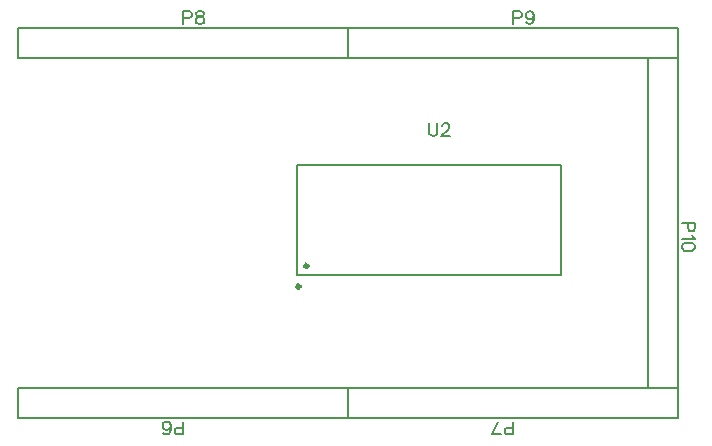
<source format=gto>
G04 Layer: TopSilkscreenLayer*
G04 EasyEDA v6.5.29, 2023-07-16 09:38:32*
G04 6daab3e9de084c3e9e407c93523b43d4,e855215096054eb7bd5858a7ef804e70,10*
G04 Gerber Generator version 0.2*
G04 Scale: 100 percent, Rotated: No, Reflected: No *
G04 Dimensions in millimeters *
G04 leading zeros omitted , absolute positions ,4 integer and 5 decimal *
%FSLAX45Y45*%
%MOMM*%

%ADD10C,0.1524*%
%ADD11C,0.2007*%
%ADD12C,0.3000*%

%LPD*%
D10*
X2425700Y735584D02*
G01*
X2425700Y844550D01*
X2425700Y735584D02*
G01*
X2378963Y735584D01*
X2363470Y740663D01*
X2358136Y745997D01*
X2353056Y756412D01*
X2353056Y771905D01*
X2358136Y782320D01*
X2363470Y787400D01*
X2378963Y792734D01*
X2425700Y792734D01*
X2256281Y751078D02*
G01*
X2261615Y740663D01*
X2277109Y735584D01*
X2287524Y735584D01*
X2303018Y740663D01*
X2313431Y756412D01*
X2318765Y782320D01*
X2318765Y808228D01*
X2313431Y829055D01*
X2303018Y839470D01*
X2287524Y844550D01*
X2282190Y844550D01*
X2266695Y839470D01*
X2256281Y829055D01*
X2251202Y813562D01*
X2251202Y808228D01*
X2256281Y792734D01*
X2266695Y782320D01*
X2282190Y777239D01*
X2287524Y777239D01*
X2303018Y782320D01*
X2313431Y792734D01*
X2318765Y808228D01*
X5219700Y735584D02*
G01*
X5219700Y844550D01*
X5219700Y735584D02*
G01*
X5172963Y735584D01*
X5157470Y740663D01*
X5152136Y745997D01*
X5147056Y756412D01*
X5147056Y771905D01*
X5152136Y782320D01*
X5157470Y787400D01*
X5172963Y792734D01*
X5219700Y792734D01*
X5039868Y735584D02*
G01*
X5091938Y844550D01*
X5112765Y735584D02*
G01*
X5039868Y735584D01*
X2425700Y4319015D02*
G01*
X2425700Y4210050D01*
X2425700Y4319015D02*
G01*
X2472436Y4319015D01*
X2487929Y4313936D01*
X2493263Y4308602D01*
X2498343Y4298187D01*
X2498343Y4282694D01*
X2493263Y4272279D01*
X2487929Y4267200D01*
X2472436Y4261865D01*
X2425700Y4261865D01*
X2558795Y4319015D02*
G01*
X2543047Y4313936D01*
X2537968Y4303521D01*
X2537968Y4293107D01*
X2543047Y4282694D01*
X2553461Y4277360D01*
X2574290Y4272279D01*
X2589784Y4267200D01*
X2600197Y4256786D01*
X2605531Y4246371D01*
X2605531Y4230623D01*
X2600197Y4220210D01*
X2595118Y4215129D01*
X2579370Y4210050D01*
X2558795Y4210050D01*
X2543047Y4215129D01*
X2537968Y4220210D01*
X2532634Y4230623D01*
X2532634Y4246371D01*
X2537968Y4256786D01*
X2548381Y4267200D01*
X2563875Y4272279D01*
X2584704Y4277360D01*
X2595118Y4282694D01*
X2600197Y4293107D01*
X2600197Y4303521D01*
X2595118Y4313936D01*
X2579370Y4319015D01*
X2558795Y4319015D01*
X5219700Y4319015D02*
G01*
X5219700Y4210050D01*
X5219700Y4319015D02*
G01*
X5266436Y4319015D01*
X5281929Y4313936D01*
X5287263Y4308602D01*
X5292343Y4298187D01*
X5292343Y4282694D01*
X5287263Y4272279D01*
X5281929Y4267200D01*
X5266436Y4261865D01*
X5219700Y4261865D01*
X5394197Y4282694D02*
G01*
X5389118Y4267200D01*
X5378704Y4256786D01*
X5363209Y4251452D01*
X5357875Y4251452D01*
X5342381Y4256786D01*
X5331968Y4267200D01*
X5326634Y4282694D01*
X5326634Y4287773D01*
X5331968Y4303521D01*
X5342381Y4313936D01*
X5357875Y4319015D01*
X5363209Y4319015D01*
X5378704Y4313936D01*
X5389118Y4303521D01*
X5394197Y4282694D01*
X5394197Y4256786D01*
X5389118Y4230623D01*
X5378704Y4215129D01*
X5363209Y4210050D01*
X5352795Y4210050D01*
X5337047Y4215129D01*
X5331968Y4225544D01*
X6757415Y2527300D02*
G01*
X6648450Y2527300D01*
X6757415Y2527300D02*
G01*
X6757415Y2480563D01*
X6752336Y2465070D01*
X6747002Y2459736D01*
X6736588Y2454655D01*
X6721093Y2454655D01*
X6710679Y2459736D01*
X6705600Y2465070D01*
X6700265Y2480563D01*
X6700265Y2527300D01*
X6736588Y2420365D02*
G01*
X6741922Y2409952D01*
X6757415Y2394204D01*
X6648450Y2394204D01*
X6757415Y2328926D02*
G01*
X6752336Y2344420D01*
X6736588Y2354834D01*
X6710679Y2359913D01*
X6695186Y2359913D01*
X6669024Y2354834D01*
X6653529Y2344420D01*
X6648450Y2328926D01*
X6648450Y2318512D01*
X6653529Y2302763D01*
X6669024Y2292350D01*
X6695186Y2287270D01*
X6710679Y2287270D01*
X6736588Y2292350D01*
X6752336Y2302763D01*
X6757415Y2318512D01*
X6757415Y2328926D01*
X4505871Y3371928D02*
G01*
X4505871Y3293950D01*
X4510951Y3278456D01*
X4521365Y3268042D01*
X4537113Y3262962D01*
X4547527Y3262962D01*
X4563021Y3268042D01*
X4573435Y3278456D01*
X4578515Y3293950D01*
X4578515Y3371928D01*
X4618139Y3346020D02*
G01*
X4618139Y3351100D01*
X4623219Y3361514D01*
X4628553Y3366848D01*
X4638967Y3371928D01*
X4659541Y3371928D01*
X4669955Y3366848D01*
X4675289Y3361514D01*
X4680369Y3351100D01*
X4680369Y3340686D01*
X4675289Y3330272D01*
X4664875Y3314778D01*
X4612805Y3262962D01*
X4685703Y3262962D01*
D11*
X3632200Y876300D02*
G01*
X1028700Y876300D01*
X3822700Y876300D02*
G01*
X3632200Y876300D01*
X3822700Y1130300D02*
G01*
X3822700Y876300D01*
X3822700Y1130300D02*
G01*
X1028700Y1130300D01*
X1028700Y1130300D02*
G01*
X1028700Y876300D01*
X6426200Y876300D02*
G01*
X3822700Y876300D01*
X6616700Y876300D02*
G01*
X6426200Y876300D01*
X6616700Y1130300D02*
G01*
X6616700Y876300D01*
X6616700Y1130300D02*
G01*
X3822700Y1130300D01*
X3822700Y1130300D02*
G01*
X3822700Y876300D01*
X1219200Y4178300D02*
G01*
X3822700Y4178300D01*
X1028700Y4178300D02*
G01*
X1219200Y4178300D01*
X1028700Y3924300D02*
G01*
X1028700Y4178300D01*
X1028700Y3924300D02*
G01*
X3822700Y3924300D01*
X3822700Y3924300D02*
G01*
X3822700Y4178300D01*
X4013200Y4178300D02*
G01*
X6616700Y4178300D01*
X3822700Y4178300D02*
G01*
X4013200Y4178300D01*
X3822700Y3924300D02*
G01*
X3822700Y4178300D01*
X3822700Y3924300D02*
G01*
X6616700Y3924300D01*
X6616700Y3924300D02*
G01*
X6616700Y4178300D01*
X6616700Y3733800D02*
G01*
X6616700Y1130300D01*
X6616700Y3924300D02*
G01*
X6616700Y3733800D01*
X6362700Y3924300D02*
G01*
X6616700Y3924300D01*
X6362700Y3924300D02*
G01*
X6362700Y1130300D01*
X6362700Y1130300D02*
G01*
X6616700Y1130300D01*
D10*
X3389891Y2087554D02*
G01*
X3389891Y3017829D01*
X5627138Y3017829D01*
X5627138Y2087554D01*
X3389891Y2087554D01*
D12*
G75*
G01
X3483534Y2162810D02*
G03X3483534Y2162810I-15011J0D01*
G75*
G01
X3415894Y1988490D02*
G03X3415894Y1988490I-15011J0D01*
M02*

</source>
